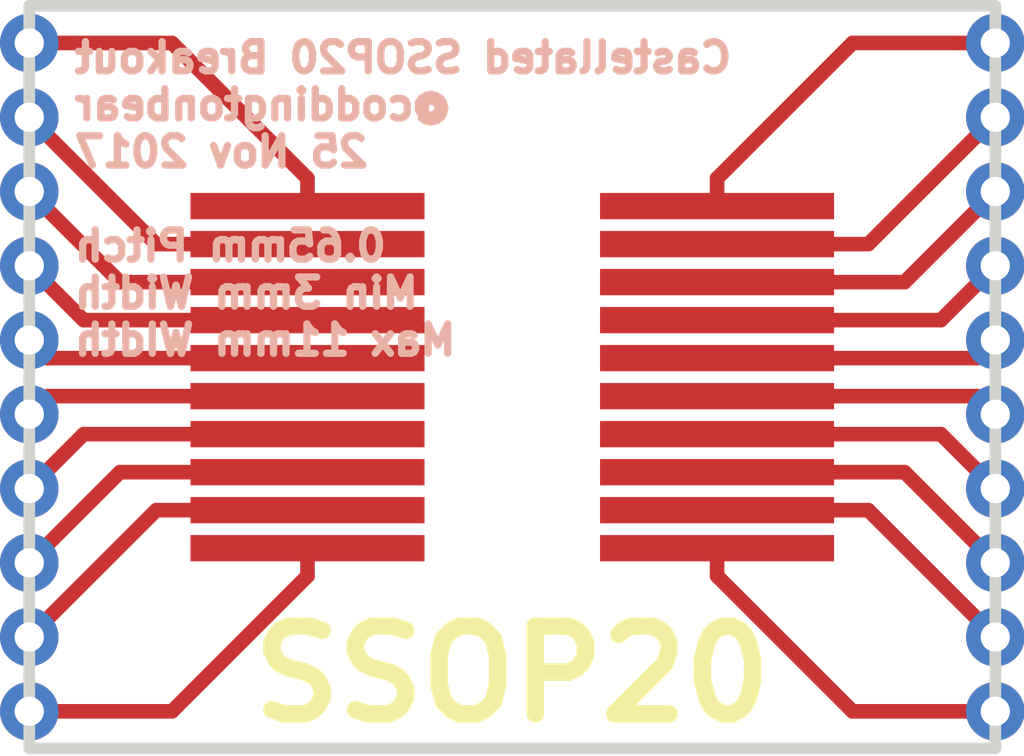
<source format=kicad_pcb>
(kicad_pcb (version 20170920) (host pcbnew "(2017-09-25 revision 6e440ff)-master")

  (general
    (thickness 1.6)
    (drawings 6)
    (tracks 68)
    (zones 0)
    (modules 1)
    (nets 1)
  )

  (page A4)
  (layers
    (0 F.Cu signal)
    (31 B.Cu signal)
    (32 B.Adhes user)
    (33 F.Adhes user)
    (34 B.Paste user)
    (35 F.Paste user)
    (36 B.SilkS user)
    (37 F.SilkS user)
    (38 B.Mask user)
    (39 F.Mask user)
    (40 Dwgs.User user)
    (41 Cmts.User user)
    (42 Eco1.User user)
    (43 Eco2.User user)
    (44 Edge.Cuts user)
    (45 Margin user)
    (46 B.CrtYd user)
    (47 F.CrtYd user)
    (48 B.Fab user)
    (49 F.Fab user)
  )

  (setup
    (last_trace_width 0.25)
    (trace_clearance 0.2)
    (zone_clearance 0.508)
    (zone_45_only no)
    (trace_min 0.2)
    (segment_width 0.2)
    (edge_width 0.15)
    (via_size 0.8)
    (via_drill 0.4)
    (via_min_size 0.4)
    (via_min_drill 0.3)
    (user_via 1 0.5)
    (uvia_size 0.3)
    (uvia_drill 0.1)
    (uvias_allowed no)
    (uvia_min_size 0.2)
    (uvia_min_drill 0.1)
    (pcb_text_width 0.3)
    (pcb_text_size 1.5 1.5)
    (mod_edge_width 0.15)
    (mod_text_size 1 1)
    (mod_text_width 0.15)
    (pad_size 3 0.45)
    (pad_drill 0)
    (pad_to_mask_clearance 0.2)
    (aux_axis_origin 0 0)
    (visible_elements FFFFFF7F)
    (pcbplotparams
      (layerselection 0x00030_ffffffff)
      (usegerberextensions false)
      (usegerberattributes true)
      (usegerberadvancedattributes true)
      (creategerberjobfile true)
      (excludeedgelayer true)
      (linewidth 0.100000)
      (plotframeref false)
      (viasonmask false)
      (mode 1)
      (useauxorigin false)
      (hpglpennumber 1)
      (hpglpenspeed 20)
      (hpglpendiameter 15)
      (psnegative false)
      (psa4output false)
      (plotreference true)
      (plotvalue true)
      (plotinvisibletext false)
      (padsonsilk false)
      (subtractmaskfromsilk false)
      (outputformat 1)
      (mirror false)
      (drillshape 1)
      (scaleselection 1)
      (outputdirectory ""))
  )

  (net 0 "")

  (net_class Default "This is the default net class."
    (clearance 0.2)
    (trace_width 0.25)
    (via_dia 0.8)
    (via_drill 0.4)
    (uvia_dia 0.3)
    (uvia_drill 0.1)
  )

  (module adamgreig/agg-kicad/agg.pretty:SSOP-20 (layer F.Cu) (tedit 5A1A274A) (tstamp 5A74D0A9)
    (at 116.205 79.375)
    (fp_text reference REF** (at 0 -4.55) (layer F.Fab)
      (effects (font (size 1 1) (thickness 0.15)))
    )
    (fp_text value SSOP-20 (at 0 4.55) (layer F.Fab)
      (effects (font (size 1 1) (thickness 0.15)))
    )
    (fp_line (start -4.7 3.85) (end -4.7 -3.85) (layer F.CrtYd) (width 0.01))
    (fp_line (start 4.7 3.85) (end -4.7 3.85) (layer F.CrtYd) (width 0.01))
    (fp_line (start 4.7 -3.85) (end 4.7 3.85) (layer F.CrtYd) (width 0.01))
    (fp_line (start -4.7 -3.85) (end 4.7 -3.85) (layer F.CrtYd) (width 0.01))
    (fp_line (start 4.1 -2.735) (end 2.8 -2.735) (layer F.Fab) (width 0.01))
    (fp_line (start 4.1 -3.115) (end 4.1 -2.735) (layer F.Fab) (width 0.01))
    (fp_line (start 2.8 -3.115) (end 4.1 -3.115) (layer F.Fab) (width 0.01))
    (fp_line (start 4.1 -2.085) (end 2.8 -2.085) (layer F.Fab) (width 0.01))
    (fp_line (start 4.1 -2.465) (end 4.1 -2.085) (layer F.Fab) (width 0.01))
    (fp_line (start 2.8 -2.465) (end 4.1 -2.465) (layer F.Fab) (width 0.01))
    (fp_line (start 4.1 -1.435) (end 2.8 -1.435) (layer F.Fab) (width 0.01))
    (fp_line (start 4.1 -1.815) (end 4.1 -1.435) (layer F.Fab) (width 0.01))
    (fp_line (start 2.8 -1.815) (end 4.1 -1.815) (layer F.Fab) (width 0.01))
    (fp_line (start 4.1 -0.785) (end 2.8 -0.785) (layer F.Fab) (width 0.01))
    (fp_line (start 4.1 -1.165) (end 4.1 -0.785) (layer F.Fab) (width 0.01))
    (fp_line (start 2.8 -1.165) (end 4.1 -1.165) (layer F.Fab) (width 0.01))
    (fp_line (start 4.1 -0.135) (end 2.8 -0.135) (layer F.Fab) (width 0.01))
    (fp_line (start 4.1 -0.515) (end 4.1 -0.135) (layer F.Fab) (width 0.01))
    (fp_line (start 2.8 -0.515) (end 4.1 -0.515) (layer F.Fab) (width 0.01))
    (fp_line (start 4.1 0.515) (end 2.8 0.515) (layer F.Fab) (width 0.01))
    (fp_line (start 4.1 0.135) (end 4.1 0.515) (layer F.Fab) (width 0.01))
    (fp_line (start 2.8 0.135) (end 4.1 0.135) (layer F.Fab) (width 0.01))
    (fp_line (start 4.1 1.165) (end 2.8 1.165) (layer F.Fab) (width 0.01))
    (fp_line (start 4.1 0.785) (end 4.1 1.165) (layer F.Fab) (width 0.01))
    (fp_line (start 2.8 0.785) (end 4.1 0.785) (layer F.Fab) (width 0.01))
    (fp_line (start 4.1 1.815) (end 2.8 1.815) (layer F.Fab) (width 0.01))
    (fp_line (start 4.1 1.435) (end 4.1 1.815) (layer F.Fab) (width 0.01))
    (fp_line (start 2.8 1.435) (end 4.1 1.435) (layer F.Fab) (width 0.01))
    (fp_line (start 4.1 2.465) (end 2.8 2.465) (layer F.Fab) (width 0.01))
    (fp_line (start 4.1 2.085) (end 4.1 2.465) (layer F.Fab) (width 0.01))
    (fp_line (start 2.8 2.085) (end 4.1 2.085) (layer F.Fab) (width 0.01))
    (fp_line (start 4.1 3.115) (end 2.8 3.115) (layer F.Fab) (width 0.01))
    (fp_line (start 4.1 2.735) (end 4.1 3.115) (layer F.Fab) (width 0.01))
    (fp_line (start 2.8 2.735) (end 4.1 2.735) (layer F.Fab) (width 0.01))
    (fp_line (start -4.1 3.115) (end -4.1 2.735) (layer F.Fab) (width 0.01))
    (fp_line (start -2.8 3.115) (end -4.1 3.115) (layer F.Fab) (width 0.01))
    (fp_line (start -4.1 2.735) (end -2.8 2.735) (layer F.Fab) (width 0.01))
    (fp_line (start -4.1 2.465) (end -4.1 2.085) (layer F.Fab) (width 0.01))
    (fp_line (start -2.8 2.465) (end -4.1 2.465) (layer F.Fab) (width 0.01))
    (fp_line (start -4.1 2.085) (end -2.8 2.085) (layer F.Fab) (width 0.01))
    (fp_line (start -4.1 1.815) (end -4.1 1.435) (layer F.Fab) (width 0.01))
    (fp_line (start -2.8 1.815) (end -4.1 1.815) (layer F.Fab) (width 0.01))
    (fp_line (start -4.1 1.435) (end -2.8 1.435) (layer F.Fab) (width 0.01))
    (fp_line (start -4.1 1.165) (end -4.1 0.785) (layer F.Fab) (width 0.01))
    (fp_line (start -2.8 1.165) (end -4.1 1.165) (layer F.Fab) (width 0.01))
    (fp_line (start -4.1 0.785) (end -2.8 0.785) (layer F.Fab) (width 0.01))
    (fp_line (start -4.1 0.515) (end -4.1 0.135) (layer F.Fab) (width 0.01))
    (fp_line (start -2.8 0.515) (end -4.1 0.515) (layer F.Fab) (width 0.01))
    (fp_line (start -4.1 0.135) (end -2.8 0.135) (layer F.Fab) (width 0.01))
    (fp_line (start -4.1 -0.135) (end -4.1 -0.515) (layer F.Fab) (width 0.01))
    (fp_line (start -2.8 -0.135) (end -4.1 -0.135) (layer F.Fab) (width 0.01))
    (fp_line (start -4.1 -0.515) (end -2.8 -0.515) (layer F.Fab) (width 0.01))
    (fp_line (start -4.1 -0.785) (end -4.1 -1.165) (layer F.Fab) (width 0.01))
    (fp_line (start -2.8 -0.785) (end -4.1 -0.785) (layer F.Fab) (width 0.01))
    (fp_line (start -4.1 -1.165) (end -2.8 -1.165) (layer F.Fab) (width 0.01))
    (fp_line (start -4.1 -1.435) (end -4.1 -1.815) (layer F.Fab) (width 0.01))
    (fp_line (start -2.8 -1.435) (end -4.1 -1.435) (layer F.Fab) (width 0.01))
    (fp_line (start -4.1 -1.815) (end -2.8 -1.815) (layer F.Fab) (width 0.01))
    (fp_line (start -4.1 -2.085) (end -4.1 -2.465) (layer F.Fab) (width 0.01))
    (fp_line (start -2.8 -2.085) (end -4.1 -2.085) (layer F.Fab) (width 0.01))
    (fp_line (start -4.1 -2.465) (end -2.8 -2.465) (layer F.Fab) (width 0.01))
    (fp_line (start -4.1 -2.735) (end -4.1 -3.115) (layer F.Fab) (width 0.01))
    (fp_line (start -2.8 -2.735) (end -4.1 -2.735) (layer F.Fab) (width 0.01))
    (fp_line (start -4.1 -3.115) (end -2.8 -3.115) (layer F.Fab) (width 0.01))
    (fp_circle (center -2 -2.8) (end -2 -2.4) (layer F.Fab) (width 0.01))
    (fp_line (start -2.8 3.6) (end -2.8 -3.6) (layer F.Fab) (width 0.01))
    (fp_line (start 2.8 3.6) (end -2.8 3.6) (layer F.Fab) (width 0.01))
    (fp_line (start 2.8 -3.6) (end 2.8 3.6) (layer F.Fab) (width 0.01))
    (fp_line (start -2.8 -3.6) (end 2.8 -3.6) (layer F.Fab) (width 0.01))
    (pad 20 smd rect (at 3.5 -2.925) (size 4 0.45) (layers F.Cu F.Paste F.Mask))
    (pad 19 smd rect (at 3.5 -2.275) (size 4 0.45) (layers F.Cu F.Paste F.Mask))
    (pad 18 smd rect (at 3.5 -1.625) (size 4 0.45) (layers F.Cu F.Paste F.Mask))
    (pad 17 smd rect (at 3.5 -0.975) (size 4 0.45) (layers F.Cu F.Paste F.Mask))
    (pad 16 smd rect (at 3.5 -0.325) (size 4 0.45) (layers F.Cu F.Paste F.Mask))
    (pad 15 smd rect (at 3.5 0.325) (size 4 0.45) (layers F.Cu F.Paste F.Mask))
    (pad 14 smd rect (at 3.5 0.975) (size 4 0.45) (layers F.Cu F.Paste F.Mask))
    (pad 13 smd rect (at 3.5 1.625) (size 4 0.45) (layers F.Cu F.Paste F.Mask))
    (pad 12 smd rect (at 3.5 2.275) (size 4 0.45) (layers F.Cu F.Paste F.Mask))
    (pad 11 smd rect (at 3.5 2.925) (size 4 0.45) (layers F.Cu F.Paste F.Mask))
    (pad 10 smd rect (at -3.5 2.925) (size 4 0.45) (layers F.Cu F.Paste F.Mask))
    (pad 9 smd rect (at -3.5 2.275) (size 4 0.45) (layers F.Cu F.Paste F.Mask))
    (pad 8 smd rect (at -3.5 1.625) (size 4 0.45) (layers F.Cu F.Paste F.Mask))
    (pad 7 smd rect (at -3.5 0.975) (size 4 0.45) (layers F.Cu F.Paste F.Mask))
    (pad 6 smd rect (at -3.5 0.325) (size 4 0.45) (layers F.Cu F.Paste F.Mask))
    (pad 5 smd rect (at -3.5 -0.325) (size 4 0.45) (layers F.Cu F.Paste F.Mask))
    (pad 4 smd rect (at -3.5 -0.975) (size 4 0.45) (layers F.Cu F.Paste F.Mask))
    (pad 3 smd rect (at -3.5 -1.625) (size 4 0.45) (layers F.Cu F.Paste F.Mask))
    (pad 2 smd rect (at -3.5 -2.275) (size 4 0.45) (layers F.Cu F.Paste F.Mask))
    (pad 1 smd rect (at -3.5 -2.925) (size 4 0.45) (layers F.Cu F.Paste F.Mask))
    (model ${KISYS3DMOD}/Housings_SSOP.3dshapes/SSOP-20_5.3x7.2mm_Pitch0.65mm.wrl
      (at (xyz 0 0 0))
      (scale (xyz 1 1 1))
      (rotate (xyz 0 0 0))
    )
  )

  (gr_text "Castellated SSOP20 Breakout\n@coddingtonbear\n25 Nov 2017\n\n0.65mm Pitch\nMin 3mm Width\nMax 11mm WIdth" (at 108.6612 76.327) (layer B.SilkS)
    (effects (font (size 0.5 0.5) (thickness 0.125)) (justify right mirror))
  )
  (gr_text SSOP20 (at 116.205 84.455) (layer F.SilkS)
    (effects (font (size 1.5 1.5) (thickness 0.3)))
  )
  (gr_line (start 107.95 85.725) (end 107.95 73.025) (layer Edge.Cuts) (width 0.2))
  (gr_line (start 124.46 85.725) (end 107.95 85.725) (layer Edge.Cuts) (width 0.2))
  (gr_line (start 124.46 73.025) (end 124.46 85.725) (layer Edge.Cuts) (width 0.2))
  (gr_line (start 107.95 73.025) (end 124.46 73.025) (layer Edge.Cuts) (width 0.2))

  (segment (start 112.705 79.7) (end 108.26 79.7) (width 0.25) (layer F.Cu) (net 0))
  (segment (start 108.26 79.7) (end 107.95 80.01) (width 0.25) (layer F.Cu) (net 0))
  (segment (start 112.705 80.35) (end 108.88 80.35) (width 0.25) (layer F.Cu) (net 0))
  (segment (start 108.88 80.35) (end 107.95 81.28) (width 0.25) (layer F.Cu) (net 0))
  (segment (start 112.705 81) (end 109.5 81) (width 0.25) (layer F.Cu) (net 0))
  (segment (start 109.5 81) (end 107.95 82.55) (width 0.25) (layer F.Cu) (net 0))
  (segment (start 112.705 81.65) (end 110.12 81.65) (width 0.25) (layer F.Cu) (net 0))
  (segment (start 110.12 81.65) (end 107.95 83.82) (width 0.25) (layer F.Cu) (net 0))
  (segment (start 112.705 82.3) (end 112.705 82.775) (width 0.25) (layer F.Cu) (net 0))
  (segment (start 112.705 82.775) (end 110.39 85.09) (width 0.25) (layer F.Cu) (net 0))
  (segment (start 110.39 85.09) (end 108.657106 85.09) (width 0.25) (layer F.Cu) (net 0))
  (segment (start 108.657106 85.09) (end 107.95 85.09) (width 0.25) (layer F.Cu) (net 0))
  (segment (start 112.705 79.05) (end 108.26 79.05) (width 0.25) (layer F.Cu) (net 0))
  (segment (start 108.26 79.05) (end 107.95 78.74) (width 0.25) (layer F.Cu) (net 0))
  (segment (start 112.705 78.4) (end 108.88 78.4) (width 0.25) (layer F.Cu) (net 0))
  (segment (start 108.88 78.4) (end 107.95 77.47) (width 0.25) (layer F.Cu) (net 0))
  (segment (start 112.705 77.75) (end 109.5 77.75) (width 0.25) (layer F.Cu) (net 0))
  (segment (start 109.5 77.75) (end 107.95 76.2) (width 0.25) (layer F.Cu) (net 0))
  (segment (start 112.705 77.1) (end 110.12 77.1) (width 0.25) (layer F.Cu) (net 0))
  (segment (start 110.12 77.1) (end 107.95 74.93) (width 0.25) (layer F.Cu) (net 0))
  (segment (start 112.705 76.45) (end 112.705 75.975) (width 0.25) (layer F.Cu) (net 0))
  (segment (start 112.705 75.975) (end 110.39 73.66) (width 0.25) (layer F.Cu) (net 0))
  (segment (start 108.657106 73.66) (end 107.95 73.66) (width 0.25) (layer F.Cu) (net 0))
  (segment (start 110.39 73.66) (end 108.657106 73.66) (width 0.25) (layer F.Cu) (net 0))
  (segment (start 119.705 79.7) (end 124.15 79.7) (width 0.25) (layer F.Cu) (net 0))
  (segment (start 124.15 79.7) (end 124.46 80.01) (width 0.25) (layer F.Cu) (net 0))
  (segment (start 119.705 80.35) (end 123.53 80.35) (width 0.25) (layer F.Cu) (net 0))
  (segment (start 123.53 80.35) (end 124.46 81.28) (width 0.25) (layer F.Cu) (net 0))
  (segment (start 119.705 81) (end 122.91 81) (width 0.25) (layer F.Cu) (net 0))
  (segment (start 122.91 81) (end 124.46 82.55) (width 0.25) (layer F.Cu) (net 0))
  (segment (start 119.705 81.65) (end 122.29 81.65) (width 0.25) (layer F.Cu) (net 0))
  (segment (start 122.29 81.65) (end 124.46 83.82) (width 0.25) (layer F.Cu) (net 0))
  (segment (start 119.705 82.3) (end 119.705 82.775) (width 0.25) (layer F.Cu) (net 0))
  (segment (start 119.705 82.775) (end 122.02 85.09) (width 0.25) (layer F.Cu) (net 0))
  (segment (start 123.752894 85.09) (end 124.46 85.09) (width 0.25) (layer F.Cu) (net 0))
  (segment (start 122.02 85.09) (end 123.752894 85.09) (width 0.25) (layer F.Cu) (net 0))
  (segment (start 119.705 79.05) (end 124.15 79.05) (width 0.25) (layer F.Cu) (net 0))
  (segment (start 124.15 79.05) (end 124.46 78.74) (width 0.25) (layer F.Cu) (net 0))
  (segment (start 119.705 78.4) (end 123.53 78.4) (width 0.25) (layer F.Cu) (net 0))
  (segment (start 123.53 78.4) (end 124.46 77.47) (width 0.25) (layer F.Cu) (net 0))
  (segment (start 119.705 77.75) (end 122.91 77.75) (width 0.25) (layer F.Cu) (net 0))
  (segment (start 122.91 77.75) (end 124.46 76.2) (width 0.25) (layer F.Cu) (net 0))
  (segment (start 119.705 77.1) (end 122.29 77.1) (width 0.25) (layer F.Cu) (net 0))
  (segment (start 122.29 77.1) (end 124.46 74.93) (width 0.25) (layer F.Cu) (net 0))
  (segment (start 119.705 76.45) (end 119.705 75.975) (width 0.25) (layer F.Cu) (net 0))
  (segment (start 119.705 75.975) (end 122.02 73.66) (width 0.25) (layer F.Cu) (net 0))
  (segment (start 122.02 73.66) (end 123.752894 73.66) (width 0.25) (layer F.Cu) (net 0))
  (segment (start 123.752894 73.66) (end 124.46 73.66) (width 0.25) (layer F.Cu) (net 0))
  (via (at 107.95 85.09) (size 1) (drill 0.5) (layers F.Cu B.Cu) (net 0))
  (via (at 107.95 83.82) (size 1) (drill 0.5) (layers F.Cu B.Cu) (net 0))
  (via (at 107.95 82.55) (size 1) (drill 0.5) (layers F.Cu B.Cu) (net 0))
  (via (at 107.95 81.28) (size 1) (drill 0.5) (layers F.Cu B.Cu) (net 0))
  (via (at 107.95 80.01) (size 1) (drill 0.5) (layers F.Cu B.Cu) (net 0))
  (via (at 107.95 73.66) (size 1) (drill 0.5) (layers F.Cu B.Cu) (net 0))
  (via (at 107.95 74.93) (size 1) (drill 0.5) (layers F.Cu B.Cu) (net 0))
  (via (at 107.95 76.2) (size 1) (drill 0.5) (layers F.Cu B.Cu) (net 0))
  (via (at 107.95 77.47) (size 1) (drill 0.5) (layers F.Cu B.Cu) (net 0))
  (via (at 107.95 78.74) (size 1) (drill 0.5) (layers F.Cu B.Cu) (net 0))
  (via (at 124.46 85.09) (size 1) (drill 0.5) (layers F.Cu B.Cu) (net 0))
  (via (at 124.46 83.82) (size 1) (drill 0.5) (layers F.Cu B.Cu) (net 0))
  (via (at 124.46 82.55) (size 1) (drill 0.5) (layers F.Cu B.Cu) (net 0))
  (via (at 124.46 81.28) (size 1) (drill 0.5) (layers F.Cu B.Cu) (net 0))
  (via (at 124.46 80.01) (size 1) (drill 0.5) (layers F.Cu B.Cu) (net 0))
  (via (at 124.46 73.66) (size 1) (drill 0.5) (layers F.Cu B.Cu) (net 0))
  (via (at 124.46 74.93) (size 1) (drill 0.5) (layers F.Cu B.Cu) (net 0))
  (via (at 124.46 76.2) (size 1) (drill 0.5) (layers F.Cu B.Cu) (net 0))
  (via (at 124.46 77.47) (size 1) (drill 0.5) (layers F.Cu B.Cu) (net 0))
  (via (at 124.46 78.74) (size 1) (drill 0.5) (layers F.Cu B.Cu) (net 0))

)

</source>
